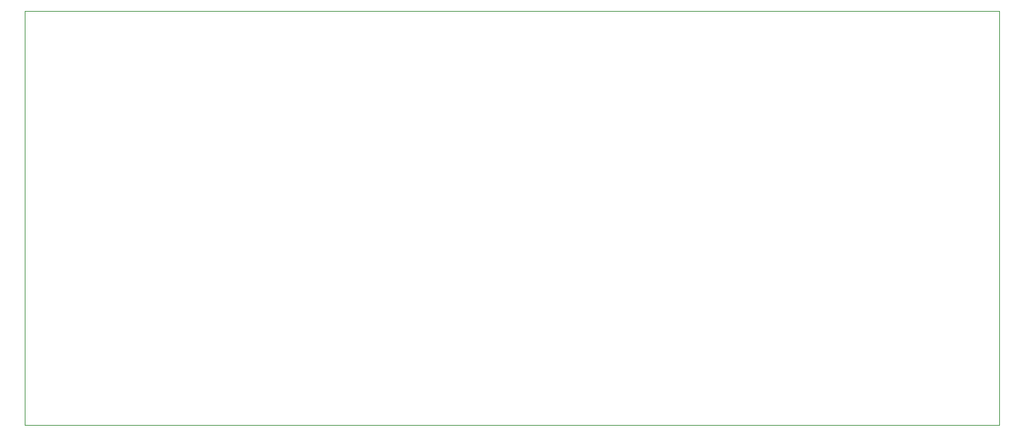
<source format=gbr>
%TF.GenerationSoftware,KiCad,Pcbnew,(6.0.4)*%
%TF.CreationDate,2023-02-09T14:30:41+01:00*%
%TF.ProjectId,Processor_Board,50726f63-6573-4736-9f72-5f426f617264,rev?*%
%TF.SameCoordinates,Original*%
%TF.FileFunction,Profile,NP*%
%FSLAX46Y46*%
G04 Gerber Fmt 4.6, Leading zero omitted, Abs format (unit mm)*
G04 Created by KiCad (PCBNEW (6.0.4)) date 2023-02-09 14:30:41*
%MOMM*%
%LPD*%
G01*
G04 APERTURE LIST*
%TA.AperFunction,Profile*%
%ADD10C,0.100000*%
%TD*%
G04 APERTURE END LIST*
D10*
X35000000Y-115000000D02*
X155000000Y-115000000D01*
X155000000Y-115000000D02*
X155000000Y-166000000D01*
X155000000Y-166000000D02*
X35000000Y-166000000D01*
X35000000Y-166000000D02*
X35000000Y-115000000D01*
M02*

</source>
